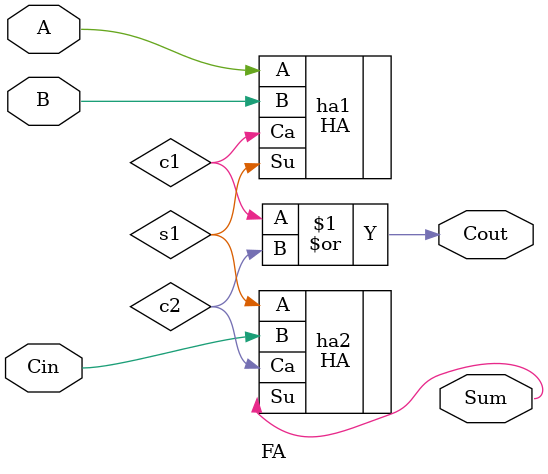
<source format=v>

module FA (Sum, Cout, A, B, Cin);
 
	output Sum, Cout;
	input A, B, Cin;
		
	// Structural code
	HA ha1 (.Su(s1), .Ca(c1), .A(A), .B(B));
	HA ha2 (.Su(Sum), .Ca(c2), .A(s1), .B(Cin));		
	or o1 (Cout, c1, c2);
	
endmodule
</source>
